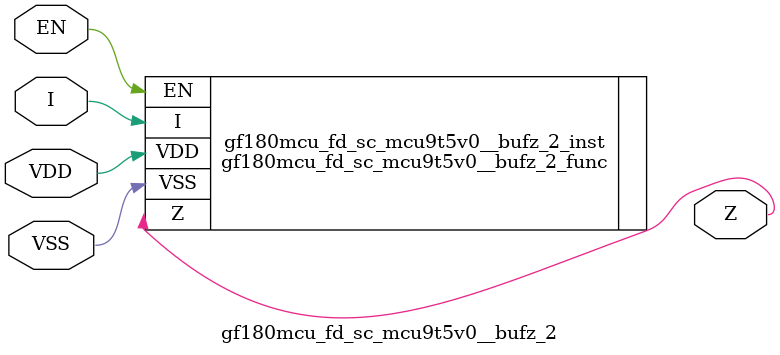
<source format=v>

module gf180mcu_fd_sc_mcu9t5v0__bufz_2( EN, I, Z, VDD, VSS );
input EN, I;
inout VDD, VSS;
output Z;

   `ifdef FUNCTIONAL  //  functional //

	gf180mcu_fd_sc_mcu9t5v0__bufz_2_func gf180mcu_fd_sc_mcu9t5v0__bufz_2_behav_inst(.EN(EN),.I(I),.Z(Z),.VDD(VDD),.VSS(VSS));

   `else

	gf180mcu_fd_sc_mcu9t5v0__bufz_2_func gf180mcu_fd_sc_mcu9t5v0__bufz_2_inst(.EN(EN),.I(I),.Z(Z),.VDD(VDD),.VSS(VSS));

	// spec_gates_begin


	// spec_gates_end



   specify

	// specify_block_begin

	// comb arc EN --> Z
	 (EN => Z) = (1.0,1.0);

	// comb arc I --> Z
	 (I => Z) = (1.0,1.0);

	// specify_block_end

   endspecify

   `endif

endmodule

</source>
